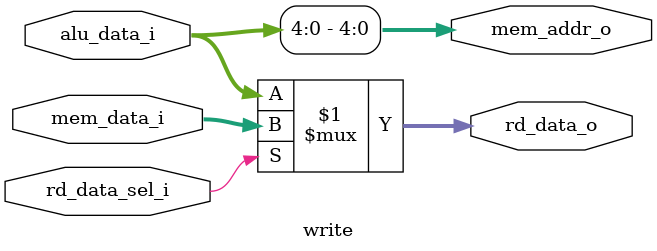
<source format=v>
/*
 * Copyright (c) 2015 Brett Witherspoon
 */

`include "timescale.vh"

module write
#(
    parameter ADDR_SIZE = 5,
    parameter WORD_SIZE = 32
)(
    input [WORD_SIZE-1:0] alu_data_i,
    input [WORD_SIZE-1:0] mem_data_i,
    input                 rd_data_sel_i,

    output [ADDR_SIZE-1:0] mem_addr_o,
    output [WORD_SIZE-1:0] rd_data_o
);
    // Writeback stage
    assign mem_addr_o = alu_data_i[ADDR_SIZE-1:0];

    assign rd_data_o = rd_data_sel_i ? mem_data_i : alu_data_i;
endmodule

</source>
